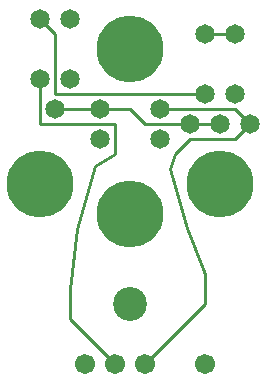
<source format=gbl>
%MOIN*%
%FSLAX25Y25*%
G04 D10 used for Character Trace; *
G04     Circle (OD=.01000) (No hole)*
G04 D11 used for Power Trace; *
G04     Circle (OD=.06700) (No hole)*
G04 D12 used for Signal Trace; *
G04     Circle (OD=.01100) (No hole)*
G04 D13 used for Via; *
G04     Circle (OD=.05800) (Round. Hole ID=.02800)*
G04 D14 used for Component hole; *
G04     Circle (OD=.06500) (Round. Hole ID=.03500)*
G04 D15 used for Component hole; *
G04     Circle (OD=.06700) (Round. Hole ID=.04300)*
G04 D16 used for Component hole; *
G04     Circle (OD=.08100) (Round. Hole ID=.05100)*
G04 D17 used for Component hole; *
G04     Circle (OD=.08900) (Round. Hole ID=.05900)*
G04 D18 used for Component hole; *
G04     Circle (OD=.11300) (Round. Hole ID=.08300)*
G04 D19 used for Component hole; *
G04     Circle (OD=.16000) (Round. Hole ID=.13000)*
G04 D20 used for Component hole; *
G04     Circle (OD=.18300) (Round. Hole ID=.15300)*
G04 D21 used for Component hole; *
G04     Circle (OD=.22291) (Round. Hole ID=.19291)*
%ADD10C,.01000*%
%ADD11C,.06700*%
%ADD12C,.01100*%
%ADD13C,.05800*%
%ADD14C,.06500*%
%ADD15C,.06700*%
%ADD16C,.08100*%
%ADD17C,.08900*%
%ADD18C,.11300*%
%ADD19C,.16000*%
%ADD20C,.18300*%
%ADD21C,.22291*%
%IPPOS*%
%LPD*%
G90*X0Y0D02*D15*X30000Y20000D03*D12*X40000D02*    
X25000Y35000D01*D15*X40000Y20000D03*X50000D03*D12*
X70000Y40000D01*Y50000D01*D21*X45000Y70000D03*D18*
Y40000D03*D21*X75000Y80000D03*D15*X70000Y20000D03*
D12*X60000Y90000D02*X65000Y95000D01*X80000D01*    
X85000Y100000D01*D14*D03*D12*X80000Y105000D01*    
X55000D01*D14*D03*D12*X50000Y100000D02*X65000D01* 
D14*D03*D12*X75000D01*D14*D03*X80000Y110000D03*   
X70000D03*D12*X20000D01*Y130000D01*               
X15000Y135000D01*D14*D03*X25000D03*               
X15000Y115000D03*D12*Y100000D01*X40000D01*        
Y90000D01*D14*X35000Y95000D03*D12*                
X50000Y100000D02*X45000Y105000D01*X35000D01*D14*  
D03*D12*X20000D01*D14*D03*X25000Y115000D03*D21*   
X15000Y80000D03*X45000Y125000D03*D14*             
X55000Y95000D03*X70000Y130000D03*D12*X80000D01*   
D14*D03*D12*X25000Y35000D02*Y45000D01*D10*        
X27466Y64800D02*X33533Y86000D01*X25000Y45000D02*  
X27466Y64800D01*X40000Y90000D02*X33533Y86000D01*  
X58316Y84933D02*X63983Y65266D01*X60000Y90000D02*  
X58316Y84933D01*X70000Y50000D02*X63983Y65266D01*  
M02*                                              

</source>
